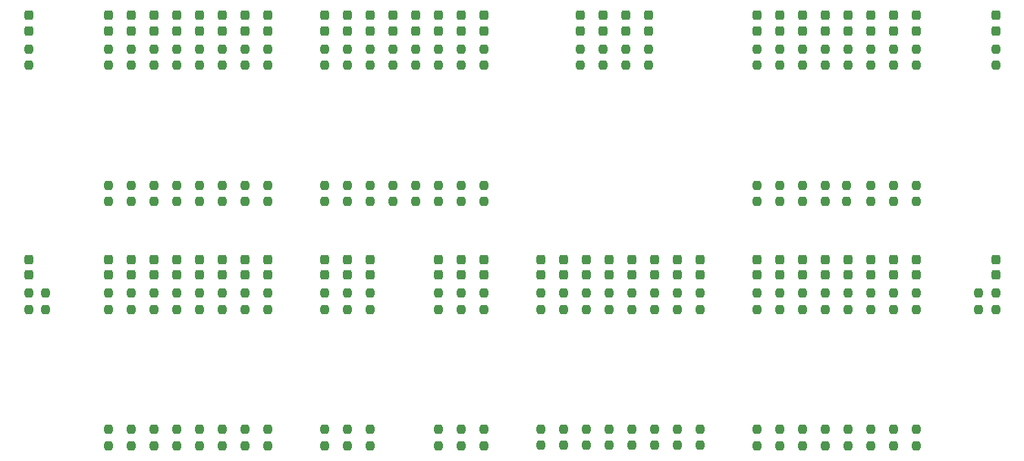
<source format=gbr>
%TF.GenerationSoftware,KiCad,Pcbnew,7.0.1*%
%TF.CreationDate,2023-08-25T15:29:08+01:00*%
%TF.ProjectId,Control_panel,436f6e74-726f-46c5-9f70-616e656c2e6b,rev?*%
%TF.SameCoordinates,Original*%
%TF.FileFunction,Paste,Top*%
%TF.FilePolarity,Positive*%
%FSLAX46Y46*%
G04 Gerber Fmt 4.6, Leading zero omitted, Abs format (unit mm)*
G04 Created by KiCad (PCBNEW 7.0.1) date 2023-08-25 15:29:08*
%MOMM*%
%LPD*%
G01*
G04 APERTURE LIST*
G04 Aperture macros list*
%AMRoundRect*
0 Rectangle with rounded corners*
0 $1 Rounding radius*
0 $2 $3 $4 $5 $6 $7 $8 $9 X,Y pos of 4 corners*
0 Add a 4 corners polygon primitive as box body*
4,1,4,$2,$3,$4,$5,$6,$7,$8,$9,$2,$3,0*
0 Add four circle primitives for the rounded corners*
1,1,$1+$1,$2,$3*
1,1,$1+$1,$4,$5*
1,1,$1+$1,$6,$7*
1,1,$1+$1,$8,$9*
0 Add four rect primitives between the rounded corners*
20,1,$1+$1,$2,$3,$4,$5,0*
20,1,$1+$1,$4,$5,$6,$7,0*
20,1,$1+$1,$6,$7,$8,$9,0*
20,1,$1+$1,$8,$9,$2,$3,0*%
G04 Aperture macros list end*
%ADD10RoundRect,0.237500X0.237500X-0.287500X0.237500X0.287500X-0.237500X0.287500X-0.237500X-0.287500X0*%
%ADD11RoundRect,0.237500X-0.237500X0.287500X-0.237500X-0.287500X0.237500X-0.287500X0.237500X0.287500X0*%
%ADD12RoundRect,0.237500X0.237500X-0.250000X0.237500X0.250000X-0.237500X0.250000X-0.237500X-0.250000X0*%
%ADD13RoundRect,0.237500X-0.237500X0.250000X-0.237500X-0.250000X0.237500X-0.250000X0.237500X0.250000X0*%
G04 APERTURE END LIST*
D10*
%TO.C,D38*%
X126365000Y-81520000D03*
X126365000Y-79770000D03*
%TD*%
D11*
%TO.C,D6*%
X210185000Y-79770000D03*
X210185000Y-81520000D03*
%TD*%
D12*
%TO.C,R119*%
X183515000Y-100607500D03*
X183515000Y-98782500D03*
%TD*%
%TO.C,R1*%
X102235000Y-85367500D03*
X102235000Y-83542500D03*
%TD*%
D10*
%TO.C,D5*%
X166370000Y-54215000D03*
X166370000Y-52465000D03*
%TD*%
D12*
%TO.C,R94*%
X167005000Y-100565000D03*
X167005000Y-98740000D03*
%TD*%
%TO.C,R103*%
X188595000Y-100607500D03*
X188595000Y-98782500D03*
%TD*%
D13*
%TO.C,R68*%
X126365000Y-83542500D03*
X126365000Y-85367500D03*
%TD*%
%TO.C,R105*%
X137795000Y-83542500D03*
X137795000Y-85367500D03*
%TD*%
D12*
%TO.C,R65*%
X153035000Y-100607500D03*
X153035000Y-98782500D03*
%TD*%
D11*
%TO.C,D17*%
X147955000Y-52465000D03*
X147955000Y-54215000D03*
%TD*%
D13*
%TO.C,R26*%
X196215000Y-56237500D03*
X196215000Y-58062500D03*
%TD*%
D12*
%TO.C,R102*%
X164465000Y-100565000D03*
X164465000Y-98740000D03*
%TD*%
D13*
%TO.C,R114*%
X159385000Y-83542500D03*
X159385000Y-85367500D03*
%TD*%
%TO.C,R56*%
X183515000Y-56237500D03*
X183515000Y-58062500D03*
%TD*%
%TO.C,R115*%
X183515000Y-83542500D03*
X183515000Y-85367500D03*
%TD*%
%TO.C,R61*%
X153035000Y-83542500D03*
X153035000Y-85367500D03*
%TD*%
D12*
%TO.C,R109*%
X137795000Y-100607500D03*
X137795000Y-98782500D03*
%TD*%
D11*
%TO.C,D11*%
X153035000Y-52465000D03*
X153035000Y-54215000D03*
%TD*%
D10*
%TO.C,D42*%
X123825000Y-81520000D03*
X123825000Y-79770000D03*
%TD*%
D11*
%TO.C,D40*%
X174625000Y-79770000D03*
X174625000Y-81520000D03*
%TD*%
D12*
%TO.C,R58*%
X135255000Y-73302500D03*
X135255000Y-71477500D03*
%TD*%
D13*
%TO.C,R71*%
X198755000Y-83542500D03*
X198755000Y-85367500D03*
%TD*%
%TO.C,R113*%
X135255000Y-83542500D03*
X135255000Y-85367500D03*
%TD*%
D12*
%TO.C,R101*%
X140335000Y-100607500D03*
X140335000Y-98782500D03*
%TD*%
D13*
%TO.C,R7*%
X210185000Y-83542500D03*
X210185000Y-85367500D03*
%TD*%
D11*
%TO.C,D15*%
X198755000Y-52465000D03*
X198755000Y-54215000D03*
%TD*%
%TO.C,D23*%
X142875000Y-52465000D03*
X142875000Y-54215000D03*
%TD*%
D10*
%TO.C,D37*%
X201295000Y-81520000D03*
X201295000Y-79770000D03*
%TD*%
D11*
%TO.C,D47*%
X169545000Y-79770000D03*
X169545000Y-81520000D03*
%TD*%
D13*
%TO.C,R91*%
X167005000Y-83542500D03*
X167005000Y-85367500D03*
%TD*%
D12*
%TO.C,R35*%
X193548000Y-73302500D03*
X193548000Y-71477500D03*
%TD*%
%TO.C,R100*%
X116205000Y-100607500D03*
X116205000Y-98782500D03*
%TD*%
D13*
%TO.C,R112*%
X111125000Y-83542500D03*
X111125000Y-85367500D03*
%TD*%
%TO.C,R76*%
X123825000Y-83542500D03*
X123825000Y-85367500D03*
%TD*%
%TO.C,R49*%
X137795000Y-56237500D03*
X137795000Y-58062500D03*
%TD*%
D10*
%TO.C,D7*%
X163830000Y-54215000D03*
X163830000Y-52465000D03*
%TD*%
D12*
%TO.C,R39*%
X118745000Y-73302500D03*
X118745000Y-71477500D03*
%TD*%
D11*
%TO.C,D54*%
X164465000Y-79770000D03*
X164465000Y-81520000D03*
%TD*%
D10*
%TO.C,D61*%
X135255000Y-81520000D03*
X135255000Y-79770000D03*
%TD*%
D13*
%TO.C,R43*%
X140335000Y-56237500D03*
X140335000Y-58062500D03*
%TD*%
D12*
%TO.C,R59*%
X183515000Y-73302500D03*
X183515000Y-71477500D03*
%TD*%
%TO.C,R2*%
X171450000Y-58062500D03*
X171450000Y-56237500D03*
%TD*%
%TO.C,R46*%
X140335000Y-73302500D03*
X140335000Y-71477500D03*
%TD*%
D13*
%TO.C,R42*%
X116205000Y-56237500D03*
X116205000Y-58062500D03*
%TD*%
%TO.C,R8*%
X208280000Y-83542500D03*
X208280000Y-85367500D03*
%TD*%
D11*
%TO.C,D33*%
X183515000Y-52465000D03*
X183515000Y-54215000D03*
%TD*%
D13*
%TO.C,R107*%
X186055000Y-83542500D03*
X186055000Y-85367500D03*
%TD*%
D11*
%TO.C,D32*%
X135255000Y-52465000D03*
X135255000Y-54215000D03*
%TD*%
%TO.C,D18*%
X196215000Y-52465000D03*
X196215000Y-54215000D03*
%TD*%
D13*
%TO.C,R78*%
X172085000Y-83542500D03*
X172085000Y-85367500D03*
%TD*%
D12*
%TO.C,R89*%
X193675000Y-100607500D03*
X193675000Y-98782500D03*
%TD*%
D11*
%TO.C,D30*%
X186055000Y-52465000D03*
X186055000Y-54215000D03*
%TD*%
%TO.C,D48*%
X193675000Y-79770000D03*
X193675000Y-81520000D03*
%TD*%
D13*
%TO.C,R50*%
X186055000Y-56237500D03*
X186055000Y-58062500D03*
%TD*%
%TO.C,R48*%
X113665000Y-56237500D03*
X113665000Y-58062500D03*
%TD*%
D11*
%TO.C,D26*%
X140335000Y-52465000D03*
X140335000Y-54215000D03*
%TD*%
D12*
%TO.C,R57*%
X111125000Y-73302500D03*
X111125000Y-71477500D03*
%TD*%
D11*
%TO.C,D13*%
X126365000Y-52465000D03*
X126365000Y-54215000D03*
%TD*%
D13*
%TO.C,R36*%
X118745000Y-56237500D03*
X118745000Y-58062500D03*
%TD*%
%TO.C,R97*%
X140335000Y-83542500D03*
X140335000Y-85367500D03*
%TD*%
D12*
%TO.C,R81*%
X147955000Y-100607500D03*
X147955000Y-98782500D03*
%TD*%
D11*
%TO.C,D21*%
X193675000Y-52465000D03*
X193675000Y-54215000D03*
%TD*%
%TO.C,D44*%
X172085000Y-79770000D03*
X172085000Y-81520000D03*
%TD*%
D12*
%TO.C,R29*%
X196215000Y-73302500D03*
X196215000Y-71477500D03*
%TD*%
D11*
%TO.C,D62*%
X159385000Y-79770000D03*
X159385000Y-81520000D03*
%TD*%
D12*
%TO.C,R9*%
X163830000Y-58062500D03*
X163830000Y-56237500D03*
%TD*%
D13*
%TO.C,R19*%
X150495000Y-56237500D03*
X150495000Y-58062500D03*
%TD*%
%TO.C,R98*%
X164465000Y-83542500D03*
X164465000Y-85367500D03*
%TD*%
D12*
%TO.C,R40*%
X142875000Y-73302500D03*
X142875000Y-71477500D03*
%TD*%
D13*
%TO.C,R38*%
X191135000Y-56237500D03*
X191135000Y-58062500D03*
%TD*%
%TO.C,R25*%
X147955000Y-56237500D03*
X147955000Y-58062500D03*
%TD*%
%TO.C,R85*%
X169545000Y-83542500D03*
X169545000Y-85367500D03*
%TD*%
D11*
%TO.C,D10*%
X128905000Y-52465000D03*
X128905000Y-54215000D03*
%TD*%
%TO.C,D27*%
X188595000Y-52465000D03*
X188595000Y-54215000D03*
%TD*%
%TO.C,D20*%
X145415000Y-52465000D03*
X145415000Y-54215000D03*
%TD*%
D13*
%TO.C,R12*%
X128905000Y-56237500D03*
X128905000Y-58062500D03*
%TD*%
D10*
%TO.C,D3*%
X168910000Y-54215000D03*
X168910000Y-52465000D03*
%TD*%
D13*
%TO.C,R10*%
X102235000Y-56237500D03*
X102235000Y-58062500D03*
%TD*%
D12*
%TO.C,R87*%
X121285000Y-100607500D03*
X121285000Y-98782500D03*
%TD*%
D13*
%TO.C,R106*%
X161925000Y-83542500D03*
X161925000Y-85367500D03*
%TD*%
%TO.C,R30*%
X121285000Y-56237500D03*
X121285000Y-58062500D03*
%TD*%
D12*
%TO.C,R17*%
X201295000Y-73302500D03*
X201295000Y-71477500D03*
%TD*%
D13*
%TO.C,R54*%
X111125000Y-56237500D03*
X111125000Y-58062500D03*
%TD*%
D12*
%TO.C,R51*%
X113665000Y-73302500D03*
X113665000Y-71477500D03*
%TD*%
D11*
%TO.C,D19*%
X121285000Y-52465000D03*
X121285000Y-54215000D03*
%TD*%
%TO.C,D39*%
X150495000Y-79770000D03*
X150495000Y-81520000D03*
%TD*%
%TO.C,D8*%
X102235000Y-52465000D03*
X102235000Y-54215000D03*
%TD*%
D12*
%TO.C,R118*%
X159385000Y-100565000D03*
X159385000Y-98740000D03*
%TD*%
%TO.C,R75*%
X198755000Y-100607500D03*
X198755000Y-98782500D03*
%TD*%
D11*
%TO.C,D63*%
X183515000Y-79770000D03*
X183515000Y-81520000D03*
%TD*%
D13*
%TO.C,R31*%
X145415000Y-56237500D03*
X145415000Y-58062500D03*
%TD*%
%TO.C,R92*%
X191135000Y-83542500D03*
X191135000Y-85367500D03*
%TD*%
%TO.C,R11*%
X210185000Y-56237500D03*
X210185000Y-58062500D03*
%TD*%
%TO.C,R32*%
X193675000Y-56237500D03*
X193675000Y-58062500D03*
%TD*%
D11*
%TO.C,D35*%
X153035000Y-79770000D03*
X153035000Y-81520000D03*
%TD*%
D12*
%TO.C,R22*%
X150495000Y-73302500D03*
X150495000Y-71477500D03*
%TD*%
D11*
%TO.C,D28*%
X113665000Y-52465000D03*
X113665000Y-54215000D03*
%TD*%
%TO.C,D58*%
X161925000Y-79770000D03*
X161925000Y-81520000D03*
%TD*%
D12*
%TO.C,R4*%
X168910000Y-58062500D03*
X168910000Y-56237500D03*
%TD*%
D10*
%TO.C,D2*%
X171450000Y-54215000D03*
X171450000Y-52465000D03*
%TD*%
D12*
%TO.C,R73*%
X150495000Y-100607500D03*
X150495000Y-98782500D03*
%TD*%
D11*
%TO.C,D55*%
X188595000Y-79770000D03*
X188595000Y-81520000D03*
%TD*%
D13*
%TO.C,R60*%
X128905000Y-83542500D03*
X128905000Y-85367500D03*
%TD*%
D11*
%TO.C,D50*%
X167005000Y-79770000D03*
X167005000Y-81520000D03*
%TD*%
D12*
%TO.C,R16*%
X153035000Y-73302500D03*
X153035000Y-71477500D03*
%TD*%
D13*
%TO.C,R99*%
X188595000Y-83542500D03*
X188595000Y-85367500D03*
%TD*%
D11*
%TO.C,D43*%
X147955000Y-79770000D03*
X147955000Y-81520000D03*
%TD*%
D13*
%TO.C,R96*%
X116205000Y-83542500D03*
X116205000Y-85367500D03*
%TD*%
D11*
%TO.C,D22*%
X118745000Y-52465000D03*
X118745000Y-54215000D03*
%TD*%
D12*
%TO.C,R34*%
X145415000Y-73302500D03*
X145415000Y-71477500D03*
%TD*%
D13*
%TO.C,R63*%
X201295000Y-83542500D03*
X201295000Y-85367500D03*
%TD*%
D10*
%TO.C,D52*%
X116205000Y-81520000D03*
X116205000Y-79770000D03*
%TD*%
D13*
%TO.C,R14*%
X201295000Y-56237500D03*
X201295000Y-58062500D03*
%TD*%
D10*
%TO.C,D49*%
X118745000Y-81520000D03*
X118745000Y-79770000D03*
%TD*%
D13*
%TO.C,R86*%
X193675000Y-83542500D03*
X193675000Y-85367500D03*
%TD*%
%TO.C,R37*%
X142875000Y-56237500D03*
X142875000Y-58062500D03*
%TD*%
%TO.C,R104*%
X113665000Y-83542500D03*
X113665000Y-85367500D03*
%TD*%
D12*
%TO.C,R80*%
X123825000Y-100607500D03*
X123825000Y-98782500D03*
%TD*%
%TO.C,R23*%
X198755000Y-73302500D03*
X198755000Y-71477500D03*
%TD*%
%TO.C,R111*%
X186055000Y-100607500D03*
X186055000Y-98782500D03*
%TD*%
D11*
%TO.C,D59*%
X186055000Y-79770000D03*
X186055000Y-81520000D03*
%TD*%
D12*
%TO.C,R74*%
X174625000Y-100565000D03*
X174625000Y-98740000D03*
%TD*%
%TO.C,R110*%
X161925000Y-100565000D03*
X161925000Y-98740000D03*
%TD*%
D11*
%TO.C,D25*%
X116205000Y-52465000D03*
X116205000Y-54215000D03*
%TD*%
D13*
%TO.C,R13*%
X153035000Y-56237500D03*
X153035000Y-58062500D03*
%TD*%
D11*
%TO.C,D12*%
X201295000Y-52465000D03*
X201295000Y-54215000D03*
%TD*%
D12*
%TO.C,R52*%
X137795000Y-73302500D03*
X137795000Y-71477500D03*
%TD*%
%TO.C,R116*%
X111125000Y-100607500D03*
X111125000Y-98782500D03*
%TD*%
D10*
%TO.C,D57*%
X137795000Y-81520000D03*
X137795000Y-79770000D03*
%TD*%
D13*
%TO.C,R44*%
X188595000Y-56237500D03*
X188595000Y-58062500D03*
%TD*%
D11*
%TO.C,D36*%
X177165000Y-79770000D03*
X177165000Y-81520000D03*
%TD*%
D13*
%TO.C,R24*%
X123825000Y-56237500D03*
X123825000Y-58062500D03*
%TD*%
D12*
%TO.C,R3*%
X104140000Y-85367500D03*
X104140000Y-83542500D03*
%TD*%
%TO.C,R47*%
X188595000Y-73302500D03*
X188595000Y-71477500D03*
%TD*%
%TO.C,R33*%
X121285000Y-73302500D03*
X121285000Y-71477500D03*
%TD*%
%TO.C,R27*%
X123825000Y-73302500D03*
X123825000Y-71477500D03*
%TD*%
D10*
%TO.C,D34*%
X128905000Y-81520000D03*
X128905000Y-79770000D03*
%TD*%
D12*
%TO.C,R82*%
X172085000Y-100565000D03*
X172085000Y-98740000D03*
%TD*%
D13*
%TO.C,R79*%
X196215000Y-83542500D03*
X196215000Y-85367500D03*
%TD*%
D11*
%TO.C,D16*%
X123825000Y-52465000D03*
X123825000Y-54215000D03*
%TD*%
D13*
%TO.C,R55*%
X135255000Y-56237500D03*
X135255000Y-58062500D03*
%TD*%
D11*
%TO.C,D51*%
X191135000Y-79770000D03*
X191135000Y-81520000D03*
%TD*%
D10*
%TO.C,D56*%
X113665000Y-81520000D03*
X113665000Y-79770000D03*
%TD*%
D11*
%TO.C,D29*%
X137795000Y-52465000D03*
X137795000Y-54215000D03*
%TD*%
D13*
%TO.C,R77*%
X147955000Y-83542500D03*
X147955000Y-85367500D03*
%TD*%
%TO.C,R18*%
X126365000Y-56237500D03*
X126365000Y-58062500D03*
%TD*%
D12*
%TO.C,R117*%
X135255000Y-100607500D03*
X135255000Y-98782500D03*
%TD*%
D13*
%TO.C,R84*%
X121285000Y-83542500D03*
X121285000Y-85367500D03*
%TD*%
%TO.C,R90*%
X118745000Y-83542500D03*
X118745000Y-85367500D03*
%TD*%
D12*
%TO.C,R93*%
X118745000Y-100607500D03*
X118745000Y-98782500D03*
%TD*%
D13*
%TO.C,R69*%
X150495000Y-83542500D03*
X150495000Y-85367500D03*
%TD*%
%TO.C,R62*%
X177165000Y-83542500D03*
X177165000Y-85367500D03*
%TD*%
D11*
%TO.C,D24*%
X191135000Y-52465000D03*
X191135000Y-54215000D03*
%TD*%
D12*
%TO.C,R95*%
X191135000Y-100607500D03*
X191135000Y-98782500D03*
%TD*%
%TO.C,R15*%
X128905000Y-73302500D03*
X128905000Y-71477500D03*
%TD*%
D11*
%TO.C,D41*%
X198755000Y-79770000D03*
X198755000Y-81520000D03*
%TD*%
D12*
%TO.C,R67*%
X201295000Y-100607500D03*
X201295000Y-98782500D03*
%TD*%
%TO.C,R64*%
X128905000Y-100607500D03*
X128905000Y-98782500D03*
%TD*%
%TO.C,R41*%
X191135000Y-73302500D03*
X191135000Y-71477500D03*
%TD*%
D10*
%TO.C,D53*%
X140335000Y-81520000D03*
X140335000Y-79770000D03*
%TD*%
D12*
%TO.C,R83*%
X196215000Y-100607500D03*
X196215000Y-98782500D03*
%TD*%
D10*
%TO.C,D1*%
X102235000Y-81520000D03*
X102235000Y-79770000D03*
%TD*%
D13*
%TO.C,R20*%
X198755000Y-56237500D03*
X198755000Y-58062500D03*
%TD*%
D12*
%TO.C,R66*%
X177165000Y-100565000D03*
X177165000Y-98740000D03*
%TD*%
%TO.C,R6*%
X166370000Y-58062500D03*
X166370000Y-56237500D03*
%TD*%
D11*
%TO.C,D60*%
X111125000Y-79770000D03*
X111125000Y-81520000D03*
%TD*%
D12*
%TO.C,R28*%
X147955000Y-73302500D03*
X147955000Y-71477500D03*
%TD*%
%TO.C,R53*%
X186055000Y-73302500D03*
X186055000Y-71477500D03*
%TD*%
D13*
%TO.C,R70*%
X174625000Y-83542500D03*
X174625000Y-85367500D03*
%TD*%
D12*
%TO.C,R21*%
X126365000Y-73302500D03*
X126365000Y-71477500D03*
%TD*%
%TO.C,R88*%
X169545000Y-100565000D03*
X169545000Y-98740000D03*
%TD*%
D11*
%TO.C,D31*%
X111125000Y-52465000D03*
X111125000Y-54215000D03*
%TD*%
D12*
%TO.C,R72*%
X126365000Y-100607500D03*
X126365000Y-98782500D03*
%TD*%
D11*
%TO.C,D9*%
X210185000Y-52465000D03*
X210185000Y-54215000D03*
%TD*%
%TO.C,D45*%
X196215000Y-79770000D03*
X196215000Y-81520000D03*
%TD*%
D12*
%TO.C,R108*%
X113665000Y-100607500D03*
X113665000Y-98782500D03*
%TD*%
D10*
%TO.C,D46*%
X121285000Y-81520000D03*
X121285000Y-79770000D03*
%TD*%
D12*
%TO.C,R45*%
X116205000Y-73302500D03*
X116205000Y-71477500D03*
%TD*%
D11*
%TO.C,D14*%
X150495000Y-52465000D03*
X150495000Y-54215000D03*
%TD*%
M02*

</source>
